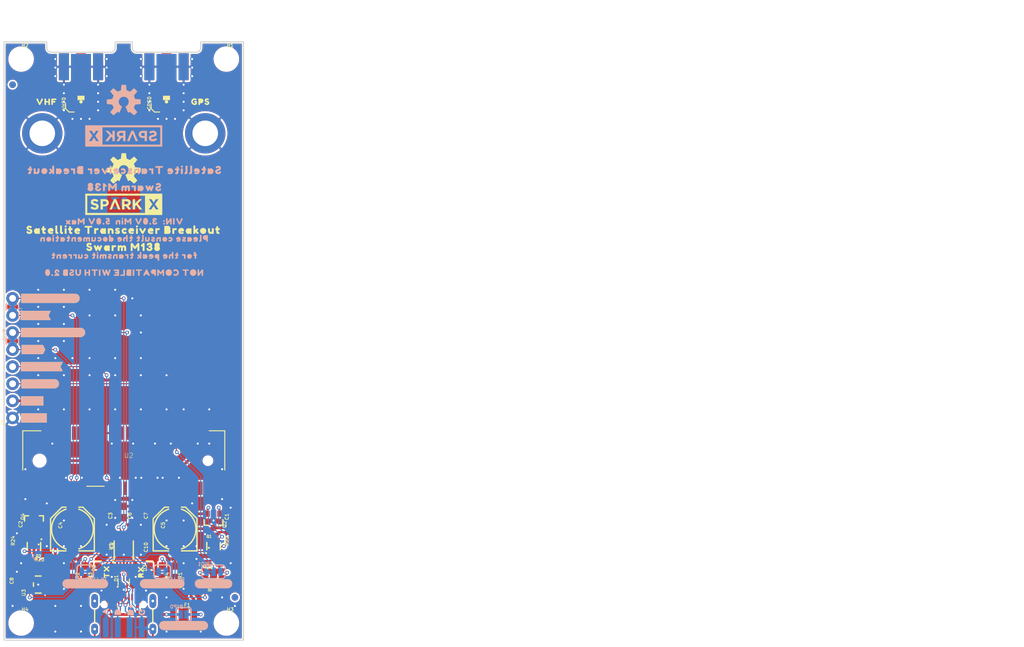
<source format=kicad_pcb>
(kicad_pcb (version 20211014) (generator pcbnew)
  (layers (0 "F.Cu" signal) (31 "B.Cu" signal) (34 "B.Paste" user) (35 "F.Paste" user) (36 "B.SilkS" user "B.Silkscreen") (37 "F.SilkS" user "F.Silkscreen") (38 "B.Mask" user) (39 "F.Mask" user) (44 "Edge.Cuts" user))
  (net 0 "")
  (net 1 "GND")
  (net 2 "N$2")
  (net 3 "N$3")
  (net 4 "D-_IN")
  (net 5 "D+_IN")
  (net 6 "V_USB")
  (net 7 "D+")
  (net 8 "D-")
  (net 9 "VCC")
  (net 10 "N$5")
  (net 11 "N$13")
  (net 12 "N$15")
  (net 13 "N$28")
  (net 14 "N$6")
  (net 15 "N$9")
  (net 16 "N$10")
  (net 17 "RXI")
  (net 18 "TXO")
  (net 19 "TX/~{RX}")
  (net 20 "GPIO1")
  (net 21 "CH340_TXO")
  (net 22 "CH340_RXI")
  (net 23 "GPS")
  (net 24 "VHF")
  (net 25 "VIN")
  (net 26 "N$7")
  (net 27 "N$12")
  (net 28 "3.3V")
  (net 29 "N$14")
  (net 30 "N$16")
  (net 31 "V_USB_2")
  (footprint "eagleBoard:0603" (layer "F.Cu") (at 148.5011 130.4036 -90)
    (fp_text reference "C6")
    (fp_text value "10uF")
  )
  (footprint "eagleBoard:SOT886" (layer "F.Cu") (at 148.5011 140.8176 90)
    (fp_text reference "D1")
    (fp_text value "PRTR5V0U2F" hide)
  )
  (footprint "eagleBoard:OSHW-LOGO-M" (layer "F.Cu") (at 148.5011 79.6036)
    (fp_text reference "LOGO2" hide)
    (fp_text value "OSHW-LOGOM" hide)
  )
  (footprint "eagleBoard:#GND#0" (layer "F.Cu") (at 135.1661 116.4336)
    (fp_text reference "U$23" hide)
    (fp_text value "" hide)
  )
  (footprint "eagleBoard:0603" (layer "F.Cu") (at 132.6261 141.1986 90)
    (fp_text reference "C8")
    (fp_text value "1.0uF")
  )
  (footprint "eagleBoard:0603" (layer "F.Cu") (at 164.3761 135.4836 90)
    (fp_text reference "R22")
    (fp_text value "1M")
  )
  (footprint "eagleBoard:SMA-EDGE" (layer "F.Cu") (at 154.8511 64.2366)
    (fp_text reference "E2" hide)
    (fp_text value "GPS" hide)
  )
  (footprint "eagleBoard:STAND-OFF" (layer "F.Cu") (at 133.2611 63.0936)
    (fp_text reference "H2")
    (fp_text value "STAND-OFF")
  )
  (footprint "eagleBoard:0603" (layer "F.Cu") (at 132.6261 131.6736 -90)
    (fp_text reference "C2")
    (fp_text value "0.1uF")
  )
  (footprint "eagleBoard:0603" (layer "F.Cu") (at 135.1661 138.0236)
    (fp_text reference "R23")
    (fp_text value "100k")
  )
  (footprint "eagleBoard:U.FL" (layer "F.Cu") (at 154.8511 69.4436 90)
    (fp_text reference "GPS0")
    (fp_text value "U.FL")
  )
  (footprint "eagleBoard:LED-0603" (layer "F.Cu") (at 144.6911 139.2936 90)
    (fp_text reference "D2")
    (fp_text value "GREEN")
  )
  (footprint "eagleBoard:SATELLITE_TRANSCEIVER_BREAKOUT0" (layer "F.Cu") (at 148.5011 88.4936)
    (fp_text reference "U$34" hide)
    (fp_text value "" hide)
  )
  (footprint "eagleBoard:SOT23-5" (layer "F.Cu") (at 135.8011 141.1986 90)
    (fp_text reference "U3")
    (fp_text value "3.3V")
  )
  (footprint "eagleBoard:TX0" (layer "F.Cu") (at 145.9611 139.2936 90)
    (fp_text reference "U$25" hide)
    (fp_text value "" hide)
  )
  (footprint "eagleBoard:GPS0" (layer "F.Cu") (at 159.9311 69.4436)
    (fp_text reference "U$4" hide)
    (fp_text value "" hide)
  )
  (footprint "eagleBoard:SWARM_M1381" (layer "F.Cu") (at 148.5011 91.0336)
    (fp_text reference "U$40" hide)
    (fp_text value "" hide)
  )
  (footprint "eagleBoard:STAND-OFF-REFLOW-M2.5" (layer "F.Cu") (at 136.40054 74.134419)
    (fp_text reference "H5" hide)
    (fp_text value "STAND-OFF-REFLOW-M2.5_1.5MM_TALL" hide)
  )
  (footprint "eagleBoard:STAND-OFF" (layer "F.Cu") (at 133.2611 146.9136)
    (fp_text reference "H4")
    (fp_text value "STAND-OFF")
  )
  (footprint "eagleBoard:#VIN#0" (layer "F.Cu") (at 134.9121 113.8936)
    (fp_text reference "U$21" hide)
    (fp_text value "" hide)
  )
  (footprint "eagleBoard:SOT363_PHILIPS" (layer "F.Cu") (at 161.8361 135.4836)
    (fp_text reference "Q1")
    (fp_text value "")
  )
  (footprint "eagleBoard:LED-0603" (layer "F.Cu") (at 152.3111 139.2936 90)
    (fp_text reference "D3")
    (fp_text value "Yellow")
  )
  (footprint "eagleBoard:SOT23-3" (layer "F.Cu") (at 135.1661 131.6736)
    (fp_text reference "Q4")
    (fp_text value "20V/4.2A/52mΩ/1.4W" hide)
  )
  (footprint "eagleBoard:0603" (layer "F.Cu") (at 163.1061 141.1986 90)
    (fp_text reference "R6")
    (fp_text value "100k")
  )
  (footprint "eagleBoard:0603" (layer "F.Cu") (at 154.2161 139.2936 -90)
    (fp_text reference "R4")
    (fp_text value "100")
  )
  (footprint "eagleBoard:1X04_NO_SILK" (layer "F.Cu") (at 131.9911 116.4336 90)
    (fp_text reference "J2")
    (fp_text value "")
  )
  (footprint "eagleBoard:VHF0" (layer "F.Cu") (at 137.0711 69.4436)
    (fp_text reference "U$3" hide)
    (fp_text value "" hide)
  )
  (footprint "eagleBoard:1210" (layer "F.Cu") (at 157.3911 145.6436)
    (fp_text reference "F1")
    (fp_text value "6V/2A")
  )
  (footprint "eagleBoard:ORDERING_INSTRUCTIONS" (layer "F.Cu") (at 171.3611 89.7636)
    (fp_text reference "LOGO1" hide)
    (fp_text value "SPECIAL_INSTRUCTIONS-ORDERING" hide)
  )
  (footprint "eagleBoard:0603" (layer "F.Cu") (at 151.0411 134.8486 -90)
    (fp_text reference "C10")
    (fp_text value "10nF")
  )
  (footprint "eagleBoard:0603" (layer "F.Cu") (at 160.5661 141.1986 -90)
    (fp_text reference "R5")
    (fp_text value "100k")
  )
  (footprint "eagleBoard:SMA-EDGE" (layer "F.Cu") (at 142.1511 64.2366)
    (fp_text reference "E1" hide)
    (fp_text value "VHF" hide)
  )
  (footprint "eagleBoard:0603" (layer "F.Cu") (at 156.1211 139.2936 -90)
    (fp_text reference "R1")
    (fp_text value "5.1k" hide)
  )
  (footprint "eagleBoard:#_GPIO1#2" (layer "F.Cu") (at 135.9281 111.3536)
    (fp_text reference "U$20" hide)
    (fp_text value "" hide)
  )
  (footprint "eagleBoard:PANASONIC_D" (layer "F.Cu") (at 140.8811 132.9436 90)
    (fp_text reference "C4")
    (fp_text value "100uF")
  )
  (footprint "eagleBoard:0603" (layer "F.Cu") (at 161.8361 138.0236 180)
    (fp_text reference "R21")
    (fp_text value "100k")
  )
  (footprint "eagleBoard:SPARKX-LARGE" (layer "F.Cu") (at 148.5011 84.6836)
    (fp_text reference "U$2" hide)
    (fp_text value "SPARKX-LOGO5" hide)
  )
  (footprint "eagleBoard:STAND-OFF-REFLOW-M2.5" (layer "F.Cu") (at 160.601659 74.134419)
    (fp_text reference "H6" hide)
    (fp_text value "STAND-OFF-REFLOW-M2.5_1.5MM_TALL" hide)
  )
  (footprint "eagleBoard:0603" (layer "F.Cu") (at 140.8811 139.2936 -90)
    (fp_text reference "R2")
    (fp_text value "5.1k" hide)
  )
  (footprint "eagleBoard:#CH340_TXO#0" (layer "F.Cu") (at 137.8331 103.7336)
    (fp_text reference "U$11" hide)
    (fp_text value "" hide)
  )
  (footprint "eagleBoard:CREATIVE_COMMONS" (layer "F.Cu") (at 199.3011 149.4536)
    (fp_text reference "FRAME1" hide)
    (fp_text value "FRAME-LEDGER" hide)
  )
  (footprint "eagleBoard:RX0" (layer "F.Cu") (at 151.0411 139.2936 90)
    (fp_text reference "U$26" hide)
    (fp_text value "" hide)
  )
  (footprint "eagleBoard:0603" (layer "F.Cu") (at 151.0411 130.4036 -90)
    (fp_text reference "C7")
    (fp_text value "0.1uF")
  )
  (footprint "eagleBoard:#TX##RX##0" (layer "F.Cu") (at 136.1821 108.8136)
    (fp_text reference "U$16" hide)
    (fp_text value "" hide)
  )
  (footprint "eagleBoard:STAND-OFF" (layer "F.Cu") (at 163.7411 63.0936)
    (fp_text reference "H1")
    (fp_text value "STAND-OFF")
  )
  (footprint "eagleBoard:0603" (layer "F.Cu") (at 142.7861 139.2936 -90)
    (fp_text reference "R3")
    (fp_text value "100")
  )
  (footprint "eagleBoard:USB-C-16P-2LAYER-PADS" (layer "F.Cu") (at 148.5011 142.7226)
    (fp_text reference "J1")
    (fp_text value "")
  )
  (footprint "eagleBoard:M.2-SWARM-M138-A" (layer "F.Cu") (at 148.5011 122.7836)
    (fp_text reference "U2")
    (fp_text value "SWARM_M138_TRANSCEIVER_MAIN")
  )
  (footprint "eagleBoard:#CH340_RXI#0" (layer "F.Cu") (at 137.4521 98.6536)
    (fp_text reference "U$7" hide)
    (fp_text value "" hide)
  )
  (footprint "eagleBoard:#TXO#341" (layer "F.Cu") (at 135.2931 101.1936)
    (fp_text reference "U$9" hide)
    (fp_text value "" hide)
  )
  (footprint "eagleBoard:0603" (layer "F.Cu") (at 164.3761 131.6736 90)
    (fp_text reference "C1")
    (fp_text value "0.1uF")
  )
  (footprint "eagleBoard:0603" (layer "F.Cu") (at 132.6261 135.4836 90)
    (fp_text reference "R24")
    (fp_text value "1M")
  )
  (footprint "eagleBoard:0603" (layer "F.Cu") (at 145.9611 130.4036 -90)
    (fp_text reference "C3")
    (fp_text value "0.1uF")
  )
  (footprint "eagleBoard:PANASONIC_D" (layer "F.Cu") (at 156.1211 132.9436 90)
    (fp_text reference "C5")
    (fp_text value "100uF")
  )
  (footprint "eagleBoard:FIDUCIAL-1X2" (layer "F.Cu") (at 131.9911 66.9036)
    (fp_text reference "FD3" hide)
    (fp_text value "FIDUCIAL1X2" hide)
  )
  (footprint "eagleBoard:MSOP10" (layer "F.Cu") (at 148.5011 136.1186 90)
    (fp_text reference "U1")
    (fp_text value "CH340E_MSOP10" hide)
  )
  (footprint "eagleBoard:U.FL" (layer "F.Cu") (at 142.1511 69.4436 90)
    (fp_text reference "VHF0")
    (fp_text value "U.FL")
  )
  (footprint "eagleBoard:0603" (layer "F.Cu") (at 145.9611 134.8486 -90)
    (fp_text reference "C9")
    (fp_text value "0.1uF")
  )
  (footprint "eagleBoard:SOT23-3" (layer "F.Cu") (at 161.8361 131.6736 180)
    (fp_text reference "Q2")
    (fp_text value "20V/4.2A/52mΩ/1.4W" hide)
  )
  (footprint "eagleBoard:SOT363_PHILIPS" (layer "F.Cu") (at 135.1661 135.4836 180)
    (fp_text reference "Q3")
    (fp_text value "")
  )
  (footprint "eagleBoard:FIDUCIAL-1X2" (layer "F.Cu") (at 165.0111 143.1036)
    (fp_text reference "FD1" hide)
    (fp_text value "FIDUCIAL1X2" hide)
  )
  (footprint "eagleBoard:#RXI#1" (layer "F.Cu") (at 134.9121 106.2736)
    (fp_text reference "U$14" hide)
    (fp_text value "" hide)
  )
  (footprint "eagleBoard:STAND-OFF" (layer "F.Cu") (at 163.7411 146.9136)
    (fp_text reference "H3")
    (fp_text value "STAND-OFF")
  )
  (footprint "eagleBoard:COMBO-JUMPER_2_NC_TRACE" (layer "B.Cu") (at 131.9911 105.0036 -90)
    (fp_text reference "RXI0")
    (fp_text value "JUMPER-COMBO_2_NC_TRACE" hide)
  )
  (footprint "eagleBoard:#GPIO1_#2" (layer "B.Cu") (at 135.9281 111.3536 180)
    (fp_text reference "U$17" hide)
    (fp_text value "" hide)
  )
  (footprint "eagleBoard:#GPIO1#0" (layer "B.Cu") (at 161.8361 141.0716 180)
    (fp_text reference "U$19" hide)
    (fp_text value "" hide)
  )
  (footprint "eagleBoard:NOT_COMPATIBLE_WITH_USB_2#02" (layer "B.Cu") (at 148.5011 94.8436 180)
    (fp_text reference "U$32" hide)
    (fp_text value "" hide)
  )
  (footprint "eagleBoard:#CH340_TXO#341" (layer "B.Cu") (at 137.8331 103.7336 180)
    (fp_text reference "U$12" hide)
    (fp_text value "" hide)
  )
  (footprint "eagleBoard:#TXO#342" (layer "B.Cu") (at 135.2931 101.1936 180)
    (fp_text reference "U$10" hide)
    (fp_text value "" hide)
  )
  (footprint "eagleBoard:OSHW-LOGO-M" (layer "B.Cu") (at 148.5011 69.4436 180)
    (fp_text reference "LOGO3" hide)
    (fp_text value "OSHW-LOGOM" hide)
  )
  (footprint "eagleBoard:G3" (layer "B.Cu") (at 151.1681 145.2626 90)
    (fp_text reference "U$30" hide)
    (fp_text value "" hide)
  )
  (footprint "eagleBoard:#RX_LED#0" (layer "B.Cu") (at 154.2161 141.0716 180)
    (fp_text reference "U$28" hide)
    (fp_text value "" hide)
  )
  (footprint "eagleBoard:SMT-JUMPER_2_NO_SILK" (layer "B.Cu") (at 157.3911 145.6436 180)
    (fp_text reference "BYP0")
    (fp_text value "JUMPER-SMT_2_NO_SILK" hide)
  )
  (footprint "eagleBoard:VIN#__3#0V_MIN__5#0V_MAX0" (layer "B.Cu") (at 148.5011 87.2236 180)
    (fp_text reference "U$5" hide)
    (fp_text value "" hide)
  )
  (footprint "eagleBoard:PAD.03X.05" (layer "B.Cu") (at 135.8011 136.7536 180)
    (fp_text reference "VCC0" hide)
    (fp_text value "TEST-POINT3X5" hide)
  )
  (footprint "eagleBoard:FIDUCIAL-1X2" (layer "B.Cu") (at 165.0111 143.1036 180)
    (fp_text reference "FD2" hide)
    (fp_text value "FIDUCIAL1X2" hide)
  )
  (footprint "eagleBoard:FIDUCIAL-1X2" (layer "B.Cu") (at 131.9911 66.9036 180)
    (fp_text reference "FD4" hide)
    (fp_text value "FIDUCIAL1X2" hide)
  )
  (footprint "eagleBoard:SMT-JUMPER_2_NC_TRACE_SILK" (layer "B.Cu") (at 142.7861 139.2936)
    (fp_text reference "TX_LED0")
    (fp_text value "JUMPER-SMT_2_NC_TRACE_SILK" hide)
  )
  (footprint "eagleBoard:SWARM_M1381" (layer "B.Cu") (at 148.5011 82.1436 180)
    (fp_text reference "U$41" hide)
    (fp_text value "" hide)
  )
  (footprint "eagleBoard:SATELLITE_TRANSCEIVER_BREAKOUT0" (layer "B.Cu") (at 148.5011 79.6036 180)
    (fp_text reference "U$39" hide)
    (fp_text value "" hide)
  )
  (footprint "eagleBoard:#TX_LED#0" (layer "B.Cu") (at 142.7861 141.0716 180)
    (fp_text reference "U$27" hide)
    (fp_text value "" hide)
  )
  (footprint "eagleBoard:D#1" (layer "B.Cu") (at 147.6121 144.8816 90)
    (fp_text reference "U$37" hide)
    (fp_text value "" hide)
  )
  (footprint "eagleBoard:D#2" (layer "B.Cu") (at 149.5171 144.8816 90)
    (fp_text reference "U$36" hide)
    (fp_text value "" hide)
  )
  (footprint "eagleBoard:SMT-JUMPER_2_NC_TRACE_SILK" (layer "B.Cu") (at 154.2161 139.2936)
    (fp_text reference "RX_LED0")
    (fp_text value "JUMPER-SMT_2_NC_TRACE_SILK" hide)
  )
  (footprint "eagleBoard:SMT-JUMPER_3_1-NC_TRACE_SILK" (layer "B.Cu") (at 161.8361 139.2936 180)
    (fp_text reference "GPIO1")
    (fp_text value "JUMPER-SMT_3_1-NC_TRACE_SILK" hide)
  )
  (footprint "eagleBoard:#RXI#0" (layer "B.Cu") (at 134.9121 106.2736 180)
    (fp_text reference "U$13" hide)
    (fp_text value "" hide)
  )
  (footprint "eagleBoard:#VIN#0" (layer "B.Cu") (at 134.9121 113.8936 180)
    (fp_text reference "U$22" hide)
    (fp_text value "" hide)
  )
  (footprint "eagleBoard:COMBO-JUMPER_2_NC_TRACE" (layer "B.Cu") (at 131.9911 99.9236 90)
    (fp_text reference "TXO0")
    (fp_text value "JUMPER-COMBO_2_NC_TRACE" hide)
  )
  (footprint "eagleBoard:#CH340_RXI#341" (layer "B.Cu") (at 137.4521 98.6536 180)
    (fp_text reference "U$8" hide)
    (fp_text value "" hide)
  )
  (footprint "eagleBoard:USB-SOLDER-PADS" (layer "B.Cu") (at 148.5011 147.5486 -90)
    (fp_text reference "JP1" hide)
    (fp_text value "USB_SOLDER_PADS" hide)
  )
  (footprint "eagleBoard:#BYPASS#0" (layer "B.Cu") (at 157.3911 147.2946 180)
    (fp_text reference "U$29" hide)
    (fp_text value "" hide)
  )
  (footprint "eagleBoard:FOR_THE_PEAK_TRANSMIT_CURRENT1" (layer "B.Cu") (at 148.5011 92.3036 180)
    (fp_text reference "U$31" hide)
    (fp_text value "" hide)
  )
  (footprint "eagleBoard:#TX##RX##1" (layer "B.Cu") (at 136.1821 108.8136 180)
    (fp_text reference "U$15" hide)
    (fp_text value "" hide)
  )
  (footprint "eagleBoard:PLEASE_CONSULT_THE_DOCUMENTATION0" (layer "B.Cu") (at 148.5011 89.7636 180)
    (fp_text reference "U$6" hide)
    (fp_text value "" hide)
  )
  (footprint "eagleBoard:SPARKX-LARGE" (layer "B.Cu") (at 148.5011 74.5236 180)
    (fp_text reference "U$1" hide)
    (fp_text value "SPARKX-LOGO5" hide)
  )
  (footprint "eagleBoard:V0" (layer "B.Cu") (at 145.8341 145.1356 90)
    (fp_text reference "U$18" hide)
    (fp_text value "" hide)
  )
  (footprint "eagleBoard:#GND#0" (layer "B.Cu") (at 135.1661 116.4336 180)
    (fp_text reference "U$24" hide)
    (fp_text value "" hide)
  )
  (gr_line (start 130.7211 149.4536) (end 166.2811 149.4536) (layer "Edge.Cuts") (width 0.1524))
  (gr_line (start 159.9311 60.5536) (end 159.9311 61.4426) (layer "Edge.Cuts") (width 0.1524))
  (gr_arc (start 159.9311 61.4426) (mid 159.745113 61.891613) (end 159.2961 62.0776) (layer "Edge.Cuts") (width 0.1524))
  (gr_line (start 137.0711 60.5536) (end 130.7211 60.5536) (layer "Edge.Cuts") (width 0.1524))
  (gr_line (start 166.2811 60.5536) (end 159.9311 60.5536) (layer "Edge.Cuts") (width 0.1524))
  (gr_line (start 159.2961 62.0776) (end 150.4061 62.0776) (layer "Edge.Cuts") (width 0.1524))
  (gr_line (start 137.0711 61.4426) (end 137.0711 60.5536) (layer "Edge.Cuts") (width 0.1524))
  (gr_line (start 146.5961 62.0776) (end 137.7061 62.0776) (layer "Edge.Cuts") (width 0.1524))
  (gr_arc (start 150.4061 62.0776) (mid 149.957087 61.891613) (end 149.7711 61.4426) (layer "Edge.Cuts") (width 0.1524))
  (gr_line (start 149.7711 60.5536) (end 147.2311 60.5536) (layer "Edge.Cuts") (width 0.1524))
  (gr_line (start 130.7211 60.5536) (end 130.7211 149.4536) (layer "Edge.Cuts") (width 0.1524))
  (gr_arc (start 137.7061 62.0776) (mid 137.257087 61.891613) (end 137.0711 61.4426) (layer "Edge.Cuts") (width 0.1524))
  (gr_arc (start 147.2311 61.4426) (mid 147.045113 61.891613) (end 146.5961 62.0776) (layer "Edge.Cuts") (width 0.1524))
  (gr_line (start 147.2311 60.5536) (end 147.2311 61.4426) (layer "Edge.Cuts") (width 0.1524))
  (gr_line (start 166.2811 149.4536) (end 166.2811 60.5536) (layer "Edge.Cuts") (width 0.1524))
  (gr_line (start 149.7711 61.4426) (end 149.7711 60.5536) (layer "Edge.Cuts") (width 0.1524))
  (gr_text "x03" (at 148.5011 85.4456) (layer "B.Cu") (effects (font (size 1.5113 1.5113) (thickness 0.2667)) (justify bottom mirror)))
  (segment (start 154.3011 128.3716) (end 154.3011 126.8836) (width 0.254) (layer "F.Cu") (net 1))
  (segment (start 151.1046 125.3236) (end 150.2791 125.3236) (width 0.254) (layer "F.Cu") (net 1))
  (segment (start 153.5011 126.8836) (end 153.5011 128.3716) (width 0.254) (layer "F.Cu") (net 1))
  (segment (start 153.5011 126.8836) (end 153.5011 125.3236) (width 0.254) (layer "F.Cu") (net 1))
  (segment (start 155.1051 132.4434) (end 157.1371 132.4434) (width 0.254) (layer "F.Cu") (net 1))
  (segment (start 157.3911 131.6736) (end 163.5261 131.6736) (width 0.4064) (layer "F.Cu") (net 1))
  (segment (start 150.3011 126.8836) (end 150.2791 126.8836) (width 0.254) (layer "F.Cu") (net 1))
  (segment (start 163.5261 131.6736) (end 164.3761 130.8236) (width 0.4064) (layer "F.Cu") (net 1))
  (segment (start 154.8511 149.0218) (end 154.8511 148.1836) (width 0.254) (layer "F.Cu") (net 1))
  (segment (start 154.8511 132.1894) (end 155.1051 132.4434) (width 0.254) (layer "F.Cu") (net 1))
  (segment (start 154.2796 125.3236) (end 153.5176 125.3236) (width 0.254) (layer "F.Cu") (net 1))
  (segment (start 151.1011 126.8836) (end 151.1011 125.3236) (width 0.254) (layer "F.Cu") (net 1))
  (segment (start 157.3911 133.7056) (end 157.3911 135.4836) (width 0.254) (layer "F.Cu") (net 1))
  (segment (start 155.1051 133.4516) (end 157.1371 133.4516) (width 0.254) (layer "F.Cu") (net 1))
  (segment (start 152.8191 149.0218) (end 154.8511 149.0218) (width 0.254) (layer "F.Cu") (net 1))
  (segment (start 150.3011 128.3716) (end 151.1011 128.3716) (width 0.254) (layer "F.Cu") (net 1))
  (segment (start 148.5011 138.3686) (end 148.5011 136.7536) (width 0.1524) (layer "F.Cu") (net 1))
  (segment (start 144.1831 147.8176) (end 144.1831 149.0218) (width 0.254) (layer "F.Cu") (net 1))
  (segment (start 148.5011 141.9606) (end 148.5011 141.2476) (width 0.1524) (layer "F.Cu") (net 1))
  (segment (start 154.8511 131.6736) (end 154.8511 132.1894) (width 0.254) (layer "F.Cu") (net 1))
  (segment (start 151.1011 128.3716) (end 151.1011 126.8836) (width 0.254) (layer "F.Cu") (net 1))
  (segment (start 154.8511 133.7056) (end 155.1051 133.4516) (width 0.254) (layer "F.Cu") (net 1))
  (segment (start 157.1371 133.4516) (end 157.3911 133.7056) (width 0.254) (layer "F.Cu") (net 1))
  (segment (start 157.1371 132.4434) (end 157.3911 132.1894) (width 0.254) (layer "F.Cu") (net 1))
  (segment (start 150.3011 126.8836) (end 150.3011 128.3716) (width 0.254) (layer "F.Cu") (net 1))
  (segment (start 151.1011 125.3236) (end 151.1046 125.3236) (width 0.254) (layer "F.Cu") (net 1))
  (segment (start 153.5011 128.3716) (end 154.3011 128.3716) (width 0.254) (layer "F.Cu") (net 1))
  (segment (start 142.1511 149.0218) (end 142.1511 148.1836) (width 0.254) (layer "F.Cu") (net 1))
  (segment (start 154.3011 126.8836) (end 154.3011 125.3236) (width 0.254) (layer "F.Cu") (net 1))
  (segment (start 157.3911 132.1894) (end 157.3911 131.6736) (width 0.254) (layer "F.Cu") (net 1))
  (segment (start 144.1831 149.0218) (end 152.8191 149.0218) (width 0.254) (layer "F.Cu") (net 1))
  (segment (start 150.2791 126.8836) (end 150.2791 125.3236) (width 0.254) (layer "F.Cu") (net 1))
  (segment (start 154.8511 135.4836) (end 154.8511 133.7056) (width 0.254) (layer "F.Cu") (net 1))
  (segment (start 144.1831 149.0218) (end 142.1511 149.0218) (width 0.254) (layer "F.Cu") (net 1))
  (segment (start 154.3011 125.3236) (end 154.2796 125.3236) (width 0.254) (layer "F.Cu") (net 1))
  (segment (start 152.8191 147.8176) (end 152.8191 149.0218) (width 0.254) (layer "F.Cu") (net 1))
  (segment (start 153.5011 125.3236) (end 153.5176 125.3236) (width 0.254) (layer "F.Cu") (net 1))
  (via (at 152.3111 68.1736) (size 0.554) (drill 0.3) (layers "F.Cu" "B.Cu") (net 1))
  (via (at 143.4211 110.0836) (size 0.554) (drill 0.3) (layers "F.Cu" "B.Cu") (net 1))
  (via (at 147.2311 128.6256) (size 0.554) (drill 0.3) (layers "F.Cu" "B.Cu") (net 1))
  (via (at 151.0411 63.0936) (size 0.554) (drill 0.3) (layers "F.Cu" "B.Cu") (net 1))
  (via (at 142.1511 144.3736) (size 0.554) (drill 0.3) (layers "F.Cu" "B.Cu") (net 1))
  (via (at 150.2791 140.0556) (size 0.554) (drill 0.3) (layers "F.Cu" "B.Cu") (net 1))
  (via (at 152.3111 66.9036) (size 0.554) (drill 0.3) (layers "F.Cu" "B.Cu") (net 1))
  (via (at 145.9611 136.7536) (size 0.554) (drill 0.3) (layers "F.Cu" "B.Cu") (net 1))
  (via (at 151.0411 65.6336) (size 0.554) (drill 0.3) (layers "F.Cu" "B.Cu") (net 1))
  (via (at 139.6111 115.1636) (size 0.554) (drill 0.3) (layers "F.Cu" "B.Cu") (net 1))
  (via (at 151.0411 136.7536) (size 0.554) (drill 0.3) (layers "F.Cu" "B.Cu") (net 1))
  (via (at 145.1991 142.0876) (size 0.554) (drill 0.3) (layers "F.Cu" "B.Cu") (net 1))
  (via (at 159.4866 120.2436) (size 0.554) (drill 0.3) (layers "F.Cu" "B.Cu") (net 1))
  (via (at 147.2311 107.5436) (size 0.554) (drill 0.3) (layers "F.Cu" "B.Cu") (net 1))
  (via (at 159.9311 148.1836) (size 0.554) (drill 0.3) (layers "F.Cu" "B.Cu") (net 1))
  (via (at 145.9611 64.3636) (size 0.554) (drill 0.3) (layers "F.Cu" "B.Cu") (net 1))
  (via (at 165.0111 144.3736) (size 0.554) (drill 0.3) (layers "F.Cu" "B.Cu") (net 1))
  (via (at 133.2611 138.0236) (size 0.554) (drill 0.3) (layers "F.Cu" "B.Cu") (net 1))
  (via (at 151.0411 64.3636) (size 0.554) (drill 0.3) (layers "F.Cu" "B.Cu") (net 1))
  (via (at 149.8981 120.2436) (size 0.554) (drill 0.3) (layers "F.Cu" "B.Cu") (net 1))
  (via (at 139.6111 135.4836) (size 0.554) (drill 0.3) (layers "F.Cu" "B.Cu") (net 1))
  (via (at 135.8011 107.5436) (size 0.554) (drill 0.3) (layers "F.Cu" "B.Cu") (net 1))
  (via (at 144.6911 70.7136) (size 0.554) (drill 0.3) (layers "F.Cu" "B.Cu") (net 1))
  (via (at 139.6111 68.1736) (size 0.554) (drill 0.3) (layers "F.Cu" "B.Cu") (net 1))
  (via (at 158.6611 129.1336) (size 0.554) (drill 0.3) (layers "F.Cu" "B.Cu") (net 1))
  (via (at 153.5811 71.9836) (size 0.554) (drill 0.3) (layers "F.Cu" "B.Cu") (net 1))
  (via (at 138.3411 64.3636) (size 0.554) (drill 0.3) (layers "F.Cu" "B.Cu") (net 1))
  (via (at 145.9611 63.0936) (size 0.554) (drill 0.3) (layers "F.Cu" "B.Cu") (net 1))
  (via (at 156.1211 71.9836) (size 0.554) (drill 0.3) (layers "F.Cu" "B.Cu") (net 1))
  (via (at 164.3761 138.0236) (size 0.554) (drill 0.3) (layers "F.Cu" "B.Cu") (net 1))
  (via (at 135.8011 141.1986) (size 0.554) (drill 0.3) (layers "F.Cu" "B.Cu") (net 1))
  (via (at 143.4211 101.1936) (size 0.554) (drill 0.3) (layers "F.Cu" "B.Cu") (net 1))
  (via (at 139.6111 105.0036) (size 0.554) (drill 0.3) (layers "F.Cu" "B.Cu") (net 1))
  (via (at 158.6611 64.3636) (size 0.554) (drill 0.3) (layers "F.Cu" "B.Cu") (net 1))
  (via (at 139.6111 97.3836) (size 0.554) (drill 0.3) (layers "F.Cu" "B.Cu") (net 1))
  (via (at 139.6111 138.0236) (size 0.554) (drill 0.3) (layers "F.Cu" "B.Cu") (net 1))
  (via (at 151.0411 103.7336) (size 0.554) (drill 0.3) (layers "F.Cu" "B.Cu") (net 1))
  (via (at 139.6111 99.9236) (size 0.554) (drill 0.3) (layers "F.Cu" "B.Cu") (net 1))
  (via (at 135.8011 97.3836) (size 0.554) (drill 0.3) (layers "F.Cu" "B.Cu") (net 1))
  (via (at 163.1061 128.4986) (size 0.554) (drill 0.3) (layers "F.Cu" "B.Cu") (net 1))
  (via (at 139.6111 69.4436) (size 0.554) (drill 0.3) (layers "F.Cu" "B.Cu") (net 1))
  (via (at 159.2961 137.3886) (size 0.554) (drill 0.3) (layers "F.Cu" "B.Cu") (net 1))
  (via (at 147.2311 110.0836) (size 0.554) (drill 0.3) (layers "F.Cu" "B.Cu") (net 1))
  (via (at 133.8961 124.0536) (size 0.554) (drill 0.3) (layers "F.Cu" "B.Cu") (net 1))
  (via (at 157.3911 70.7136) (size 0.554) (drill 0.3) (layers "F.Cu" "B.Cu") (net 1))
  (via (at 138.3411 63.0936) (size 0.554) (drill 0.3) (layers "F.Cu" "B.Cu") (net 1))
  (via (at 156.6926 125.3236) (size 0.554) (drill 0.3) (layers "F.Cu" "B.Cu") (net 1))
  (via (at 151.1046 125.3236) (size 0.554) (drill 0.3) (layers "F.Cu" "B.Cu") (net 1))
  (via (at 137.8966 120.2436) (size 0.554) (drill 0.3) (layers "F.Cu" "B.Cu") (net 1))
  (via (at 132.6261 133.5786) (size 0.554) (drill 0.3) (layers "F.Cu" "B.Cu") (net 1))
  (via (at 139.9286 125.3236) (size 0.554) (drill 0.3) (layers "F.Cu" "B.Cu") (net 1))
  (via (at 145.9611 65.6336) (size 0.554) (drill 0.3) (layers "F.Cu" "B.Cu") (net 1))
  (via (at 139.6111 70.7136) (size 0.554) (drill 0.3) (layers "F.Cu" "B.Cu") (net 1))
  (via (at 147.2311 115.1636) (size 0.554) (drill 0.3) (layers "F.Cu" "B.Cu") (net 1))
  (via (at 157.3911 115.1636) (size 0.554) (drill 0.3) (layers "F.Cu" "B.Cu") (net 1))
  (via (at 143.4211 97.3836) (size 0.554) (drill 0.3) (layers "F.Cu" "B.Cu") (net 1))
  (via (at 137.0711 135.4836) (size 0.554) (drill 0.3) (layers "F.Cu" "B.Cu") (net 1))
  (via (at 152.3111 69.4436) (size 0.554) (drill 0.3) (layers "F.Cu" "B.Cu") (net 1))
  (via (at 138.3411 144.3736) (size 0.554) (drill 0.3) (layers "F.Cu" "B.Cu") (net 1))
  (via (at 143.4211 107.5436) (size 0.554) (drill 0.3) (layers "F.Cu" "B.Cu") (net 1))
  (via (at 139.6111 102.4636) (size 0.554) (drill 0.3) (layers "F.Cu" "B.Cu") (net 1))
  (via (at 153.5176 125.3236) (size 0.554) (drill 0.3) (layers "F.Cu" "B.Cu") (net 1))
  (via (at 158.6611 63.0936) (size 0.554) (drill 0.3) (layers "F.Cu" "B.Cu") (net 1))
  (via (at 159.2961 135.4836) (size 0.554) (drill 0.3) (layers "F.Cu" "B.Cu") (net 1))
  (via (at 139.6111 110.0836) (size 0.554) (drill 0.3) (layers "F.Cu" "B.Cu") (net 1))
  (via (at 151.0411 101.1936) (size 0.554) (drill 0.3) (layers "F.Cu" "B.Cu") (net 1))
  (via (at 149.7711 128.6256) (size 0.554) (drill 0.3) (layers "F.Cu" "B.Cu") (net 1))
  (via (at 161.2011 120.2436) (size 0.554) (drill 0.3) (layers "F.Cu" "B.Cu") (net 1))
  (via (at 157.3911 135.4836) (size 0.554) (drill 0.3) (layers "F.Cu" "B.Cu") (net 1))
  (via (at 155.4861 120.2436) (size 0.554) (drill 0.3) (layers "F.Cu" "B.Cu") (net 1))
  (via (at 152.3111 70.7136) (size 0.554) (drill 0.3) (layers "F.Cu" "B.Cu") (net 1))
  (via (at 142.1511 135.4836) (size 0.554) (drill 0.3) (layers "F.Cu" "B.Cu") (net 1))
  (via (at 131.9911 144.3736) (size 0.554) (drill 0.3) (layers "F.Cu" "B.Cu") (net 1))
  (via (at 144.6911 66.9036) (size 0.554) (drill 0.3) (layers "F.Cu" "B.Cu") (net 1))
  (via (at 154.8511 71.9836) (size 0.554) (drill 0.3) (layers "F.Cu" "B.Cu") (net 1))
  (via (at 157.3911 69.4436) (size 0.554) (drill 0.3) (layers "F.Cu" "B.Cu") (net 1))
  (via (at 151.8031 142.0876) (size 0.554) (drill 0.3) (layers "F.Cu" "B.Cu") (net 1))
  (via (at 158.6611 65.6336) (size 0.554) (drill 0.3) (layers "F.Cu" "B.Cu") (net 1))
  (via (at 147.2311 97.3836) (size 0.554) (drill 0.3) (layers "F.Cu" "B.Cu") (net 1))
  (via (at 138.3411 148.1836) (size 0.554) (drill 0.3) (layers "F.Cu" "B.Cu") (net 1))
  (via (at 144.6911 69.4436) (size 0.554) (drill 0.3) (layers "F.Cu" "B.Cu") (net 1))
  (via (at 144.6911 68.1736) (size 0.554) (drill 0.3) (layers "F.Cu" "B.Cu") (net 1))
  (via (at 135.8011 115.1636) (size 0.554) (drill 0.3) (layers "F.Cu" "B.Cu") (net 1))
  (via (at 140.8811 107.5436) (size 0.554) (drill 0.3) (layers "F.Cu" "B.Cu") (net 1))
  (via (at 145.9611 132.3086) (size 0.554) (drill 0.3) (layers "F.Cu" "B.Cu") (net 1))
  (via (at 147.2311 131.2926) (size 0.554) (drill 0.3) (layers "F.Cu" "B.Cu") (net 1))
  (via (at 157.3911 68.1736) (size 0.554) (drill 0.3) (layers "F.Cu" "B.Cu") (net 1))
  (via (at 133.8961 128.4986) (size 0.554) (drill 0.3) (layers "F.Cu" "B.Cu") (net 1))
  (via (at 157.3911 141.8336) (size 0.554) (drill 0.3) (layers "F.Cu" "B.Cu") (net 1))
  (via (at 150.2791 125.3236) (size 0.554) (drill 0.3) (layers "F.Cu" "B.Cu") (net 1))
  (via (at 153.1366 120.2436) (size 0.554) (drill 0.3) (layers "F.Cu" "B.Cu") (net 1))
  (via (at 157.3911 131.6736) (size 0.554) (drill 0.3) (layers "F.Cu" "B.Cu") (net 1))
  (via (at 142.1511 71.9836) (size 0.554) (drill 0.3) (layers "F.Cu" "B.Cu") (net 1))
  (via (at 151.0411 110.0836) (size 0.554) (drill 0.3) (layers "F.Cu" "B.Cu") (net 1))
  (via (at 147.2311 101.1936) (size 0.554) (drill 0.3) (layers "F.Cu" "B.Cu") (net 1))
  (via (at 164.3761 129.7686) (size 0.554) (drill 0.3) (layers "F.Cu" "B.Cu") (net 1))
  (via (at 143.4211 71.9836) (size 0.554) (drill 0.3) (layers "F.Cu" "B.Cu") (net 1))
  (via (at 154.8511 115.1636) (size 0.554) (drill 0.3) (layers "F.Cu" "B.Cu") (net 1))
  (via (at 154.8511 143.1036) (size 0.554) (drill 0.3) (layers "F.Cu" "B.Cu") (net 1))
  (via (at 157.3911 138.0236) (size 0.554) (drill 0.3) (layers "F.Cu" "B.Cu") (net 1))
  (via (at 157.3911 66.9036) (size 0.554) (drill 0.3) (layers "F.Cu" "B.Cu") (net 1))
  (via (at 149.7711 131.2926) (size 0.554) (drill 0.3) (layers "F.Cu" "B.Cu") (net 1))
  (via (at 135.8011 99.9236) (size 0.554) (drill 0.3) (layers "F.Cu" "B.Cu") (net 1))
  (via (at 154.8511 148.1836) (size 0.554) (drill 0.3) (layers "F.Cu" "B.Cu") (net 1))
  (via (at 138.3411 65.6336) (size 0.554) (drill 0.3) (layers "F.Cu" "B.Cu") (net 1))
  (via (at 154.8511 135.4836) (size 0.554) (drill 0.3) (layers "F.Cu" "B.Cu") (net 1))
  (via (at 142.1511 148.1836) (size 0.554) (drill 0.3) (layers "F.Cu" "B.Cu") (net 1))
  (via (at 139.6111 141.8336) (size 0.554) (drill 0.3) (layers "F.Cu" "B.Cu") (net 1))
  (via (at 146.7231 120.2436) (size 0.554) (drill 0.3) (layers "F.Cu" "B.Cu") (net 1))
  (via (at 146.7231 140.0556) (size 0.554) (drill 0.3) (layers "F.Cu" "B.Cu") (net 1))
  (via (at 163.1061 124.0536) (size 0.554) (drill 0.3) (layers "F.Cu" "B.Cu") (net 1))
  (via (at 139.6111 66.9036) (size 0.554) (drill 0.3) (layers "F.Cu" "B.Cu") (net 1))
  (via (at 161.2011 115.1636) (size 0.554) (drill 0.3) (layers "F.Cu" "B.Cu") (net 1))
  (via (at 143.4211 115.1636) (size 0.554) (drill 0.3) (layers "F.Cu" "B.Cu") (net 1))
  (via (at 138.3411 107.5436) (size 0.554) (drill 0.3) (layers "F.Cu" "B.Cu") (net 1))
  (via (at 151.0411 107.5436) (size 0.554) (drill 0.3) (layers "F.Cu" "B.Cu") (net 1))
  (via (at 140.8811 71.9836) (size 0.554) (drill 0.3) (layers "F.Cu" "B.Cu") (net 1))
  (via (at 135.8011 105.0036) (size 0.554) (drill 0.3) (layers "F.Cu" "B.Cu") (net 1))
  (via (at 139.6111 131.6736) (size 0.554) (drill 0.3) (layers "F.Cu" "B.Cu") (net 1))
  (via (at 132.6261 139.2936) (size 0.554) (drill 0.3) (layers "F.Cu" "B.Cu") (net 1))
  (via (at 148.5011 141.9606) (size 0.554) (drill 0.3) (layers "F.Cu" "B.Cu") (net 1))
  (via (at 137.0711 129.1336) (size 0.554) (drill 0.3) (layers "F.Cu" "B.Cu") (net 1))
  (via (at 142.2781 125.3236) (size 0.554) (drill 0.3) (layers "F.Cu" "B.Cu") (net 1))
  (via (at 135.8011 110.0836) (size 0.554) (drill 0.3) (layers "F.Cu" "B.Cu") (net 1))
  (via (at 161.8361 131.6736) (size 0.554) (drill 0.3) (layers "F.Cu" "B.Cu") (net 1))
  (via (at 147.9296 125.3236) (size 0.554) (drill 0.3) (layers "F.Cu" "B.Cu") (net 1))
  (via (at 154.8511 110.0836) (size 0.554) (drill 0.3) (layers "F.Cu" "B.Cu") (net 1))
  (via (at 154.2796 125.3236) (size 0.554) (drill 0.3) (layers "F.Cu" "B.Cu") (net 1))
  (via (at 151.0411 132.3086) (size 0.554) (drill 0.3) (layers "F.Cu" "B.Cu") (net 1))
  (via (at 135.8011 102.4636) (size 0.554) (drill 0.3) (layers "F.Cu" "B.Cu") (net 1))
  (via (at 148.5011 136.7536) (size 0.554) (drill 0.3) (layers "F.Cu" "B.Cu") (net 1))
  (via (at 151.0411 115.1636) (size 0.554) (drill 0.3) (layers "F.Cu" "B.Cu") (net 1))
  (via (at 154.8511 131.6736) (size 0.554) (drill 0.3) (layers "F.Cu" "B.Cu") (net 1))
  (via (at 149.7711 98.6536) (size 0.554) (drill 0.3) (layers "F.Cu" "B.Cu") (net 1))
  (via (at 160.5661 133.7056) (size 0.554) (drill 0.3) (layers "F.Cu" "B.Cu") (net 1))
  (via (at 163.1061 143.1036) (size 0.554) (drill 0.3) (layers "F.Cu" "B.Cu") (net 1))
  (segment (start 151.1681 147.5486) (end 151.4371 147.8176) (width 0.254) (layer "B.Cu") (net 1))
  (segment (start 151.4371 147.8176) (end 152.8191 147.8176) (width 0.254) (layer "B.Cu") (net 1))
  (segment (start 155.4471 141.5796) (end 150.6601 141.5796) (width 0.1524) (layer "F.Cu") (net 2))
  (segment (start 156.1211 140.9056) (end 155.4471 141.5796) (width 0.1524) (layer "F.Cu") (net 2))
  (segment (start 150.2511 141.9886) (end 150.2511 143.0626) (width 0.1524) (layer "F.Cu") (net 2))
  (segment (start 150.6601 141.5796) (end 150.2511 141.9886) (width 0.1524) (layer "F.Cu") (net 2))
  (segment (start 156.1211 140.1436) (end 156.1211 140.9056) (width 0.1524) (layer "F.Cu") (net 2))
  (segment (start 146.9771 141.5796) (end 147.2511 141.8536) (width 0.1524) (layer "F.Cu") (net 3))
  (segment (start 141.5551 141.5796) (end 140.8811 140.9056) (width 0.1524) (layer "F.Cu") (net 3))
  (segment (start 147.2511 141.8536) (end 147.2511 143.0626) (width 0.1524) (layer "F.Cu") (net 3))
  (segment (start 141.5551 141.5796) (end 146.9771 141.5796) (width 0.1524) (layer "F.Cu") (net 3))
  (segment (start 140.8811 140.1436) (end 140.8811 140.9056) (width 0.1524) (layer "F.Cu") (net 3))
  (segment (start 149.0011 141.742707) (end 149.241046 141.982654) (width 0.2032) (layer "F.Cu") (net 4))
  (segment (start 148.7511 142.4726) (end 149.241046 141.982654) (width 0.2032) (layer "F.Cu") (net 4))
  (segment (start 147.7511 143.0626) (end 147.7511 144.0046) (width 0.2032) (layer "F.Cu") (net 4))
  (segment (start 149.0011 141.2476) (end 149.0011 141.742707) (width 0.2032) (layer "F.Cu") (net 4))
  (segment (start 147.7511 144.0046) (end 147.9931 144.2466) (width 0.2032) (layer "F.Cu") (net 4))
  (segment (start 148.7511 143.0626) (end 148.7511 142.4726) (width 0.2032) (layer "F.Cu") (net 4))
  (via (at 149.241046 141.982654) (size 0.554) (drill 0.3) (layers "F.Cu" "B.Cu") (net 4))
  (via (at 147.9931 144.2466) (size 0.554) (drill 0.3) (layers "F.Cu" "B.Cu") (net 4))
  (segment (start 149.241046 141.982654) (end 149.241046 142.998654) (width 0.2032) (layer "B.Cu") (net 4))
  (segment (start 147.9931 145.2626) (end 147.6121 145.6436) (width 0.2032) (layer "B.Cu") (net 4))
  (segment (start 147.9931 145.2626) (end 147.9931 144.2466) (width 0.2032) (layer "B.Cu") (net 4))
  (segment (start 147.6121 147.5486) (end 147.6121 145.6436) (width 0.2032) (layer "B.Cu") (net 4))
  (segment (start 149.241046 142.998654) (end 147.9931 144.2466) (width 0.2032) (layer "B.Cu") (net 4))
  (segment (start 147.9931 141.2306) (end 148.0011 141.2226) (width 0.2032) (layer "F.Cu") (net 5))
  (segment (start 148.2511 143.7426) (end 148.7551 144.2466) (width 0.2032) (layer "F.Cu") (net 5))
  (segment (start 149.2511 143.7506) (end 148.7551 144.2466) (width 0.2032) (layer "F.Cu") (net 5))
  (segment (start 148.2471 143.0586) (end 148.2471 142.421632) (width 0.2032) (layer "F.Cu") (net 5))
  (segment (start 147.9931 142.167632) (end 147.9931 141.2306) (width 0.2032) (layer "F.Cu") (net 5))
  (segment (start 148.2511 143.0626) (end 148.2511 143.7426) (width 0.2032) (layer "F.Cu") (net 5))
  (segment (start 148.2471 142.421632) (end 147.9931 142.167632) (width 0.2032) (layer "F.Cu") (net 5))
  (segment (start 149.2511 143.0626) (end 149.2511 143.7506) (width 0.2032) (layer "F.Cu") (net 5))
  (segment (start 148.2511 143.0626) (end 148.2471 143.0586) (width 0.2032) (layer "F.Cu") (net 5))
  (via (at 148.7551 144.2466) (size 0.554) (drill 0.3) (layers "F.Cu" "B.Cu") (net 5))
  (segment (start 149.3901 145.7706) (end 148.7551 145.1356) (width 0.2032) (layer "B.Cu") (net 5))
  (segment (start 149.3901 147.5486) (end 149.3901 145.7706) (width 0.2032) (layer "B.Cu") (net 5))
  (segment (start 148.7551 145.1356) (end 148.7551 144.2466) (width 0.2032) (layer "B.Cu") (net 5))
  (segment (start 154.8511 145.6436) (end 150.5331 145.6436) (width 0.4064) (layer "F.Cu") (net 6))
  (segment (start 150.5331 144.027163) (end 150.5331 144.8816) (width 0.4064) (layer "F.Cu") (net 6))
  (segment (start 146.3171 143.875163) (end 146.3171 145.3646) (width 0.4064) (layer "F.Cu") (net 6))
  (segment (start 148.5011 140.3876) (end 148.5011 139.6746) (width 0.1524) (layer "F.Cu") (net 6))
  (segment (start 150.9511 143.609163) (end 150.5331 144.027163) (width 0.4064) (layer "F.Cu") (net 6))
  (segment (start 155.8911 145.6436) (end 154.8511 145.6436) (width 0.4064) (layer "F.Cu") (net 6))
  (segment (start 146.0881 143.646163) (end 146.3171 143.875163) (width 0.4064) (layer "F.Cu") (net 6))
  (segment (start 146.3171 145.3646) (end 146.5961 145.6436) (width 0.4064) (layer "F.Cu") (net 6))
  (segment (start 146.0511 143.0626) (end 146.0881 143.0996) (width 0.4064) (layer "F.Cu") (net 6))
  (segment (start 150.9511 143.0626) (end 150.9511 143.609163) (width 0.4064) (layer "F.Cu") (net 6))
  (segment (start 146.5961 145.6436) (end 150.5331 145.6436) (width 0.4064) (layer "F.Cu") (net 6))
  (segment (start 150.5331 144.8816) (end 150.5331 145.6436) (width 0.4064) (layer "F.Cu") (net 6))
  (segment (start 146.0881 143.0996) (end 146.0881 143.646163) (width 0.4064) (layer "F.Cu") (net 6))
  (via (at 154.8511 145.6436) (size 0.554) (drill 0.3) (layers "F.Cu" "B.Cu") (net 6))
  (via (at 148.5011 139.6746) (size 0.554) (drill 0.3) (layers "F.Cu" "B.Cu") (net 6))
  (via (at 150.5331 144.8816) (size 0.554) (drill 0.3) (layers "F.Cu" "B.Cu") (net 6))
  (via (at 146.3171 145.3646) (size 0.554) (drill 0.3) (layers "F.Cu" "B.Cu") (net 6))
  (segment (start 148.5011 140.5636) (end 149.7711 141.8336) (width 0.1524) (layer "B.Cu") (net 6))
  (segment (start 145.8341 147.5486) (end 145.8341 145.8476) (width 0.4064) (layer "B.Cu") (net 6))
  (segment (start 149.7711 144.1196) (end 150.5331 144.8816) (width 0.1524) (layer "B.Cu") (net 6))
  (segment (start 145.8341 145.8476) (end 146.3171 145.3646) (width 0.4064) (layer "B.Cu") (net 6))
  (segment (start 149.7711 141.8336) (end 149.7711 144.1196) (width 0.1524) (layer "B.Cu") (net 6))
  (segment (start 154.8511 145.6436) (end 156.9847 145.6436) (width 0.4064) (layer "B.Cu") (net 6))
  (segment (start 148.5011 139.6746) (end 148.5011 140.5636) (width 0.1524) (layer "B.Cu") (net 6))
  (segment (start 147.9931 140.3796) (end 148.0011 140.3876) (width 0.2032) (layer "F.Cu") (net 7))
  (segment (start 147.5011 139.1826) (end 147.9931 139.6746) (width 0.2032) (layer "F.Cu") (net 7))
  (segment (start 147.9931 139.6746) (end 147.9931 140.3796) (width 0.2032) (layer "F.Cu") (net 7))
  (segment (start 147.5011 138.3686) (end 147.5011 139.1826) (width 0.2032) (layer "F.Cu") (net 7))
  (segment (start 148.0011 139.0476) (end 148.1201 139.1666) (width 0.2032) (layer "F.Cu") (net 8))
  (segment (start 148.1201 139.1666) (end 148.7551 139.1666) (width 0.2032) (layer "F.Cu") (net 8))
  (segment (start 148.7551 139.1666) (end 149.0091 139.4206) (width 0.2032) (layer "F.Cu") (net 8))
  (segment (start 148.0011 138.3686) (end 148.0011 139.0476) (width 0.2032) (layer "F.Cu") (net 8))
  (segment (start 149.0091 140.3796) (end 149.0011 140.3876) (width 0.2032) (layer "F.Cu") (net 8))
  (segment (start 149.0091 139.4206) (end 149.0091 140.3796) (width 0.2032) (layer "F.Cu") (net 8))
  (segment (start 160.3011 118.6836) (end 160.2583 118.7264) (width 0.4064) (layer "F.Cu") (net 9))
  (segment (start 155.3591 128.4986) (end 155.9011 128.4986) (width 0.4064) (layer "F.Cu") (net 9))
  (segment (start 156.1211 129.6416) (end 156.0331 129.5536) (width 0.4064) (layer "F.Cu") (net 9))
  (segment (start 160.2583 118.7264) (end 160.2583 120.582375) (width 0.4064) (layer "F.Cu") (net 9))
  (segment (start 160.8861 130.6736) (end 156.2511 130.6736) (width 0.4064) (layer "F.Cu") (net 9))
  (segment (start 160.8861 130.6736) (end 160.8861 129.9566) (width 0.1524) (layer "F.Cu") (net 9))
  (segment (start 134.5161 136.2836) (end 133.8071 136.2836) (width 0.1524) (layer "F.Cu") (net 9))
  (segment (start 156.0331 129.5536) (end 151.0411 129.5536) (width 0.4064) (layer "F.Cu") (net 9))
  (segment (start 137.1011 120.7816) (end 139.1031 122.7836) (width 0.4064) (layer "F.Cu") (net 9))
  (segment (start 138.3411 130.4036) (end 140.7411 130.4036) (width 0.4064) (layer "F.Cu") (net 9))
  (segment (start 138.3411 141.8336) (end 138.3411 140.3096) (width 0.4064) (layer "F.Cu") (net 9))
  (segment (start 142.1511 122.7836) (end 144.0561 124.6886) (width 0.4064) (layer "F.Cu") (net 9))
  (segment (start 144.0561 124.6886) (end 144.0561 129.5536) (width 0.4064) (layer "F.Cu") (net 9))
  (segment (start 156.1211 130.5436) (end 156.1211 129.6416) (width 0.4064) (layer "F.Cu") (net 9))
  (segment (start 138.3411 140.3096) (end 138.3411 136.2456) (width 0.4064) (layer "F.Cu") (net 9))
  (segment (start 139.1031 122.7836) (end 142.1511 122.7836) (width 0.4064) (layer "F.Cu") (net 9))
  (segment (start 136.1161 132.6736) (end 136.1161 132.6286) (width 0.4064) (layer "F.Cu") (net 9))
  (segment (start 140.8811 130.5436) (end 140.8811 129.8956) (width 0.4064) (layer "F.Cu") (net 9))
  (segment (start 156.2511 130.6736) (end 156.1211 130.5436) (width 0.4064) (layer "F.Cu") (net 9))
  (segment (start 133.8071 136.2836) (end 133.7691 136.2456) (width 0.1524) (layer "F.Cu") (net 9))
  (segment (start 136.1161 132.6286) (end 138.3411 130.4036) (width 0.4064) (layer "F.Cu") (net 9))
  (segment (start 138.2801 140.2486) (end 138.3411 140.3096) (width 0.4064) (layer "F.Cu") (net 9))
  (segment (start 155.9011 128.4986) (end 155.9011 130.3236) (width 0.4064) (layer "F.Cu") (net 9))
  (segment (start 138.3411 136.2456) (end 138.3411 134.8986) (width 0.4064) (layer "F.Cu") (net 9))
  (segment (start 160.8861 129.9566) (end 161.0741 129.7686) (width 0.1524) (layer "F.Cu") (net 9))
  (segment (start 145.9611 129.5536) (end 148.5011 129.5536) (width 0.4064) (layer "F.Cu") (net 9))
  (segment (start 140.8811 129.8956) (end 141.2231 129.5536) (width 0.4064) (layer "F.Cu") (net 9))
  (segment (start 155.9011 124.939575) (end 155.9011 126.8836) (width 0.4064) (layer "F.Cu") (net 9))
  (segment (start 155.9011 126.8836) (end 155.9011 128.4986) (width 0.4064) (layer "F.Cu") (net 9))
  (segment (start 137.1012 140.2486) (end 138.2801 140.2486) (width 0.4064) (layer "F.Cu") (net 9))
  (segment (start 162.9791 134.0866) (end 162.4861 134.5796) (width 0.1524) (layer "F.Cu") (net 9))
  (segment (start 155.1011 126.8836) (end 155.1011 128.2406) (width 0.4064) (layer "F.Cu") (net 9))
  (segment (start 155.1011 128.2406) (end 155.3591 128.4986) (width 0.4064) (layer "F.Cu") (net 9))
  (segment (start 138.3411 134.8986) (end 136.1161 132.6736) (width 0.4064) (layer "F.Cu") (net 9))
  (segment (start 155.9011 130.3236) (end 156.1211 130.5436) (width 0.4064) (layer "F.Cu") (net 9))
  (segment (start 137.1012 142.1486) (end 138.0261 142.1486) (width 0.4064) (layer "F.Cu") (net 9))
  (segment (start 162.4861 134.6836) (end 162.4861 134.5796) (width 0.1524) (layer "F.Cu") (net 9))
  (segment (start 148.5011 129.5536) (end 151.0411 129.5536) (width 0.4064) (layer "F.Cu") (net 9))
  (segment (start 141.2231 129.5536) (end 144.0561 129.5536) (width 0.4064) (layer "F.Cu") (net 9))
  (segment (start 144.0561 129.5536) (end 145.9611 129.5536) (width 0.4064) (layer "F.Cu") (net 9))
  (segment (start 137.1011 118.6836) (end 137.1011 120.7816) (width 0.4064) (layer "F.Cu") (net 9))
  (segment (start 140.7411 130.4036) (end 140.8811 130.5436) (width 0.4064) (layer "F.Cu") (net 9))
  (segment (start 163.1061 134.0866) (end 162.9791 134.0866) (width 0.1524) (layer "F.Cu") (net 9))
  (segment (start 138.0261 142.1486) (end 138.3411 141.8336) (width 0.4064) (layer "F.Cu") (net 9))
  (segment (start 160.2583 120.582375) (end 155.9011 124.939575) (width 0.4064) (layer "F.Cu") (net 9))
  (via (at 163.1061 134.0866) (size 0.554) (drill 0.3) (layers "F.Cu" "B.Cu") (net 9))
  (via (at 161.0741 129.7686) (size 0.554) (drill 0.3) (layers "F.Cu" "B.Cu") (net 9))
  (via (at 133.7691 136.2456) (size 0.554) (drill 0.3) (layers "F.Cu" "B.Cu") (net 9))
  (via (at 138.3411 136.2456) (size 0.554) (drill 0.3) (layers "F.Cu" "B.Cu") (net 9))
  (segment (start 133.7691 136.2456) (end 135.2931 136.2456) (width 0.1524) (layer "B.Cu") (net 9))
  (segment (start 161.0741 132.0546) (end 163.1061 134.0866) (width 0.1524) (layer "B.Cu") (net 9))
  (segment (start 136.3091 136.2456) (end 135.8011 136.7536) (width 0.1524) (layer "B.Cu") (net 9))
  (segment (start 135.2931 136.2456) (end 135.8011 136.7536) (width 0.1524) (layer "B.Cu") (net 9))
  (segment (start 138.3411 136.2456) (end 136.3091 136.2456) (width 0.1524) (layer "B.Cu") (net 9))
  (segment (start 161.0741 129.7686) (end 161.0741 132.0546) (width 0.1524) (layer "B.Cu") (net 9))
  (segment (start 161.8361 136.2836) (end 161.8361 134.6836) (width 0.1524) (layer "F.Cu") (net 10))
  (segment (start 161.1861 134.6836) (end 161.1861 134.1651) (width 0.1524) (layer "F.Cu") (net 10))
  (segment (start 161.8361 134.1501) (end 161.8361 134.6836) (width 0.1524) (layer "F.Cu") (net 10))
  (segment (start 161.2646 134.0866) (end 161.7726 134.0866) (width 0.1524) (layer "F.Cu") (net 10))
  (segment (start 161.8361 137.1736) (end 161.8361 136.2836) (width 0.1524) (layer "F.Cu") (net 10))
  (segment (start 161.7726 134.0866) (end 161.8361 134.1501) (width 0.1524) (layer "F.Cu") (net 10))
  (segment (start 160.9861 138.0236) (end 161.8361 137.1736) (width 0.1524) (layer "F.Cu") (net 10))
  (segment (start 161.1861 134.1651) (end 161.2646 134.0866) (width 0.1524) (layer "F.Cu") (net 10))
  (segment (start 162.7861 130.6736) (end 162.7861 129.9566) (width 0.1524) (layer "F.Cu") (net 11))
  (segment (start 164.3761 134.6336) (end 163.5261 135.4836) (width 0.1524) (layer "F.Cu") (net 11))
  (segment (start 162.5981 129.7686) (end 162.7861 129.9566) (width 0.1524) (layer "F.Cu") (net 11))
  (segment (start 163.3601 135.4836) (end 163.1061 135.4836) (width 0.1524) (layer "F.Cu") (net 11))
  (segment (start 163.1061 135.4836) (end 162.4861 136.1036) (width 0.1524) (layer "F.Cu") (net 11))
  (segment (start 162.4861 136.1036) (end 162.4861 136.2836) (width 0.1524) (layer "F.Cu") (net 11))
  (segment (start 163.5261 135.4836) (end 163.3601 135.4836) (width 0.1524) (layer "F.Cu") (net 11))
  (via (at 163.3601 135.4836) (size 0.554) (drill 0.3) (layers "F.Cu" "B.Cu") (net 11))
  (via (at 162.5981 129.7686) (size 0.554) (drill 0.3) (layers "F.Cu" "B.Cu") (net 11))
  (segment (start 163.7411 133.8326) (end 163.7411 135.1026) (width 0.1524) (layer "B.Cu") (net 11))
  (segment (start 163.7411 133.8326) (end 162.5981 132.6896) (width 0.1524) (layer "B.Cu") (net 11))
  (segment (start 162.5981 129.7686) (end 162.5981 132.6896) (width 0.1524) (layer "B.Cu") (net 11))
  (segment (start 163.7411 135.1026) (end 163.3601 135.4836) (width 0.1524) (layer "B.Cu") (net 11))
  (segment (start 135.1661 134.6836) (end 135.1661 136.2836) (width 0.1524) (layer "F.Cu") (net 12))
  (segment (start 135.1661 136.2836) (end 135.1661 137.1736) (width 0.1524) (layer "F.Cu") (net 12))
  (segment (start 135.8161 136.2836) (end 135.8161 137.8236) (width 0.1524) (layer "F.Cu") (net 12))
  (segment (start 135.8161 137.8236) (end 136.0161 138.0236) (width 0.1524) (layer "F.Cu") (net 12))
  (segment (start 135.1661 137.1736) (end 136.0161 138.0236) (width 0.1524) (layer "F.Cu") (net 12))
  (segment (start 134.5161 132.9736) (end 134.2161 132.6736) (width 0.1524) (layer "F.Cu") (net 13))
  (segment (start 132.6761 134.6836) (end 132.6261 134.6336) (width 0.1524) (layer "F.Cu") (net 13))
  (segment (start 134.5161 134.6836) (end 134.5161 132.9736) (width 0.1524) (layer "F.Cu") (net 13))
  (segment (start 134.5161 134.6836) (end 132.6761 134.6836) (width 0.1524) (layer "F.Cu") (net 13))
  (segment (start 145.9611 133.9986) (end 145.2871 133.9986) (width 0.1524) (layer "F.Cu") (net 14))
  (segment (start 147.5011 133.8686) (end 146.0911 133.8686) (width 0.1524) (layer "F.Cu") (net 14))
  (segment (start 146.0911 133.8686) (end 145.9611 133.9986) (width 0.1524) (layer "F.Cu") (net 14))
  (segment (start 145.2871 133.9986) (end 144.6911 134.5946) (width 0.1524) (layer "F.Cu") (net 14))
  (segment (start 144.6911 134.5946) (end 144.6911 136.3726) (width 0.1524) (layer "F.Cu") (net 14))
  (segment (start 144.6911 136.3726) (end 143.6751 137.3886) (width 0.1524) (layer "F.Cu") (net 14))
  (via (at 143.6751 137.3886) (size 0.554) (drill 0.3) (layers "F.Cu" "B.Cu") (net 14))
  (segment (start 143.3068 139.2936) (end 143.3068 137.7569) (width 0.1524) (layer "B.Cu") (net 14))
  (segment (start 143.8021 139.2936) (end 145.3261 137.7696) (width 0.1524) (layer "B.Cu") (net 14))
  (segment (start 153.6954 139.2936) (end 153.2001 139.2936) (width 0.1524) (layer "B.Cu") (net 14))
  (segment (start 143.3068 139.2936) (end 143.8021 139.2936) (width 0.1524) (layer "B.Cu") (net 14))
  (segment (start 151.6761 137.7696) (end 145.3261 137.7696) (width 0.1524) (layer "B.Cu") (net 14))
  (segment (start 143.3068 137.7569) (end 143.6751 137.3886) (width 0.1524) (layer "B.Cu") (net 14))
  (segment (start 153.2001 139.2936) (end 151.6761 137.7696) (width 0.1524) (layer "B.Cu") (net 14))
  (segment (start 142.7861 140.1436) (end 142.8131 140.1706) (width 0.1524) (layer "F.Cu") (net 15))
  (segment (start 142.8131 140.1706) (end 144.6911 140.1706) (width 0.1524) (layer "F.Cu") (net 15))
  (segment (start 154.1891 140.1706) (end 154.2161 140.1436) (width 0.1524) (layer "F.Cu") (net 16))
  (segment (start 152.3111 140.1706) (end 154.1891 140.1706) (width 0.1524) (layer "F.Cu") (net 16))
  (segment (start 140.7011 125.3341) (end 140.6906 125.3236) (width 0.1524) (layer "F.Cu") (net 17))
  (segment (start 138.3411 106.2736) (end 131.9911 106.2736) (width 0.1524) (layer "F.Cu") (net 17))
  (segment (start 140.7011 126.8836) (end 140.7011 125.3341) (width 0.1524) (layer "F.Cu") (net 17))
  (via (at 138.3411 106.2736) (size 0.554) (drill 0.3) (layers "F.Cu" "B.Cu") (net 17))
  (via (at 140.6906 125.3236) (size 0.554) (drill 0.3) (layers "F.Cu" "B.Cu") (net 17))
  (segment (start 140.6906 125.3236) (end 141.0081 125.0061) (width 0.1524) (layer "B.Cu") (net 17))
  (segment (start 141.0081 108.9406) (end 141.0081 125.0061) (width 0.1524) (layer "B.Cu") (net 17))
  (segment (start 131.9911 106.2736) (end 131.9911 105.5116) (width 0.1524) (layer "B.Cu") (net 17))
  (segment (start 141.0081 108.9406) (end 138.3411 106.2736) (width 0.1524) (layer "B.Cu") (net 17))
  (segment (start 141.5011 125.3386) (end 141.5161 125.3236) (width 0.1524) (layer "F.Cu") (net 18))
  (segment (start 141.5011 126.8836) (end 141.5011 125.3386) (width 0.1524) (layer "F.Cu") (net 18))
  (segment (start 140.8811 101.1936) (end 131.9911 101.1936) (width 0.1524) (layer "F.Cu") (net 18))
  (via (at 140.8811 101.1936) (size 0.554) (drill 0.3) (layers "F.Cu" "B.Cu") (net 18))
  (via (at 141.5161 125.3236) (size 0.554) (drill 0.3) (layers "F.Cu" "B.Cu") (net 18))
  (segment (start 141.5161 101.8286) (end 140.8811 101.1936) (width 0.1524) (layer "B.Cu") (net 18))
  (segment (start 131.9911 101.1936) (end 131.9911 100.4316) (width 0.1524) (layer "B.Cu") (net 18))
  (segment (start 141.5161 125.3236) (end 141.5161 101.8286) (width 0.1524) (layer "B.Cu") (net 18))
  (segment (start 146.3011 125.6636) (end 146.3011 126.8836) (width 0.1524) (layer "F.Cu") (net 19))
  (segment (start 145.9611 110.0836) (end 144.6911 108.8136) (width 0.1524) (layer "F.Cu") (net 19))
  (segment (start 131.9911 108.8136) (end 144.6911 108.8136) (width 0.1524) (layer "F.Cu") (net 19))
  (segment (start 145.9611 125.3236) (end 146.3011 125.6636) (width 0.1524) (layer "F.Cu") (net 19))
  (via (at 145.9611 125.3236) (size 0.554) (drill 0.3) (layers "F.Cu" "B.Cu") (net 19))
  (via (at 145.9611 110.0836) (size 0.554) (drill 0.3) (layers "F.Cu" "B.Cu") (net 19))
  (segment (start 145.9611 110.0836) (end 145.9611 125.3236) (width 0.1524) (layer "B.Cu") (net 19))
  (segment (start 156.3751 121.5136) (end 156.3011 121.4396) (width 0.1524) (layer "F.Cu") (net 20))
  (segment (start 131.9911 111.3536) (end 154.8511 111.3536) (width 0.1524) (layer "F.Cu") (net 20))
  (segment (start 156.3011 121.4396) (end 156.3011 118.6836) (width 0.1524) (layer "F.Cu") (net 20))
  (segment (start 156.3011 112.8036) (end 156.3011 118.6836) (width 0.1524) (layer "F.Cu") (net 20))
  (segment (start 154.8511 111.3536) (end 156.3011 112.8036) (width 0.1524) (layer "F.Cu") (net 20))
  (via (at 156.3751 121.5136) (size 0.554) (drill 0.3) (layers "F.Cu" "B.Cu") (net 20))
  (segment (start 159.9311 125.0696) (end 156.3751 121.5136) (width 0.1524) (layer "B.Cu") (net 20))
  (segment (start 161.8361 138.4046) (end 159.9311 136.4996) (width 0.1524) (layer "B.Cu") (net 20))
  (segment (start 159.9311 136.4996) (end 159.9311 125.0696) (width 0.1524) (layer "B.Cu") (net 20))
  (segment (start 161.8361 139.2936) (end 161.8361 138.4046) (width 0.1524) (layer "B.Cu") (net 20))
  (segment (start 151.4341 138.4166) (end 148.5011 135.4836) (width 0.1524) (layer "F.Cu") (net 21))
  (segment (start 152.3111 138.4166) (end 151.4341 138.4166) (width 0.1524) (layer "F.Cu") (net 21))
  (segment (start 149.0091 103.7336) (end 131.9911 103.7336) (width 0.1524) (layer "F.Cu") (net 21))
  (segment (start 148.5011 133.8686) (end 148.5011 132.6896) (width 0.1524) (layer "F.Cu") (net 21))
  (segment (start 148.5011 135.4836) (end 148.5011 133.8686) (width 0.1524) (layer "F.Cu") (net 21))
  (via (at 149.0091 103.7336) (size 0.554) (drill 0.3) (layers "F.Cu" "B.Cu") (net 21))
  (via (at 148.5011 132.6896) (size 0.554) (drill 0.3) (layers "F.Cu" "B.Cu") (net 21))
  (segment (start 148.8821 103.8606) (end 149.0091 103.7336) (width 0.1524) (layer "B.Cu") (net 21))
  (segment (start 131.9911 103.7336) (end 131.9911 104.4956) (width 0.1524) (layer "B.Cu") (net 21))
  (segment (start 148.8821 103.8606) (end 148.8821 132.3086) (width 0.1524) (layer "B.Cu") (net 21))
  (segment (start 148.5011 132.6896) (end 148.8821 132.3086) (width 0.1524) (layer "B.Cu") (net 21))
  (segment (start 148.0011 133.8686) (end 148.0011 132.9516) (width 0.1524) (layer "F.Cu") (net 22))
  (segment (start 148.0011 132.9516) (end 147.7391 132.6896) (width 0.1524) (layer "F.Cu") (net 22))
  (segment (start 131.9911 98.6536) (end 148.5011 98.6536) (width 0.1524) (layer "F.Cu") (net 22))
  (segment (start 144.6911 138.4166) (end 145.5681 138.4166) (width 0.1524) (layer "F.Cu") (net 22))
  (segment (start 145.5681 138.4166) (end 148.0011 135.9836) (width 0.1524) (layer "F.Cu") (net 22))
  (segment (start 148.0011 135.9836) (end 148.0011 133.8686) (width 0.1524) (layer "F.Cu") (net 22))
  (via (at 148.5011 98.6536) (size 0.554) (drill 0.3) (layers "F.Cu" "B.Cu") (net 22))
  (via (at 147.7391 132.6896) (size 0.554) (drill 0.3) (layers "F.Cu" "B.Cu") (net 22))
  (segment (start 147.7391 132.6896) (end 148.5011 131.9276) (width 0.1524) (layer "B.Cu") (net 22))
  (segment (start 148.5011 131.9276) (end 148.5011 98.6536) (width 0.1524) (layer "B.Cu") (net 22))
  (segment (start 131.9911 98.6536) (end 131.9911 99.4156) (width 0.1524) (layer "B.Cu") (net 22))
  (segment (start 154.8511 67.9186) (end 154.8511 64.2366) (width 0.8128) (layer "F.Cu") (net 23))
  (segment (start 142.1511 67.9186) (end 142.1511 64.2366) (width 0.8128) (layer "F.Cu") (net 24))
  (segment (start 135.1661 130.5736) (end 135.1661 133.1976) (width 0.1524) (layer "F.Cu") (net 25))
  (segment (start 134.5311 115.1636) (end 134.5311 118.9736) (width 0.4064) (layer "F.Cu") (net 25))
  (segment (start 131.9911 121.5136) (end 131.9911 130.1886) (width 0.4064) (layer "F.Cu") (net 25))
  (segment (start 135.1661 133.1976) (end 135.8161 133.8476) (width 0.1524) (layer "F.Cu") (net 25))
  (segment (start 131.9911 130.1886) (end 132.6261 130.8236) (width 0.4064) (layer "F.Cu") (net 25))
  (segment (start 132.8761 130.5736) (end 132.6261 130.8236) (width 0.4064) (layer "F.Cu") (net 25))
  (segment (start 131.9911 113.8936) (end 133.2611 113.8936) (width 0.4064) (layer "F.Cu") (net 25))
  (segment (start 135.8161 133.8476) (end 135.8161 134.6836) (width 0.1524) (layer "F.Cu") (net 25))
  (segment (start 133.2611 113.8936) (end 134.5311 115.1636) (width 0.4064) (layer "F.Cu") (net 25))
  (segment (start 134.5311 118.9736) (end 131.9911 121.5136) (width 0.4064) (layer "F.Cu") (net 25))
  (segment (start 135.1661 130.5736) (end 132.8761 130.5736) (width 0.4064) (layer "F.Cu") (net 25))
  (segment (start 154.2161 138.4436) (end 154.2161 137.3886) (width 0.1524) (layer "F.Cu") (net 26))
  (via (at 154.2161 137.3886) (size 0.554) (drill 0.3) (layers "F.Cu" "B.Cu") (net 26))
  (segment (start 154.2161 137.3886) (end 154.7368 137.9093) (width 0.1524) (layer "B.Cu") (net 26))
  (segment (start 154.7368 137.9093) (end 154.7368 139.2936) (width 0.1524) (layer "B.Cu") (net 26))
  (segment (start 142.7861 138.4436) (end 142.7861 137.3886) (width 0.1524) (layer "F.Cu") (net 27))
  (via (at 142.7861 137.3886) (size 0.554) (drill 0.3) (layers "F.Cu" "B.Cu") (net 27))
  (segment (start 142.2654 139.2936) (end 142.2654 137.9093) (width 0.1524) (layer "B.Cu") (net 27))
  (segment (start 142.2654 137.9093) (end 142.7861 137.3886) (width 0.1524) (layer "B.Cu") (net 27))
  (segment (start 132.7261 142.1486) (end 132.6261 142.0486) (width 0.4064) (layer "F.Cu") (net 28))
  (segment (start 134.501 142.1486) (end 132.7261 142.1486) (width 0.4064) (layer "F.Cu") (net 28))
  (segment (start 134.501 142.1486) (end 134.5311 142.1787) (width 0.1524) (layer "F.Cu") (net 28))
  (segment (start 134.5311 142.1787) (end 134.5311 143.1036) (width 0.1524) (layer "F.Cu") (net 28))
  (segment (start 160.5661 143.1036) (end 160.5661 142.0486) (width 0.1524) (layer "F.Cu") (net 28))
  (via (at 134.5311 143.1036) (size 0.554) (drill 0.3) (layers "F.Cu" "B.Cu") (net 28))
  (via (at 160.5661 143.1036) (size 0.554) (drill 0.3) (layers "F.Cu" "B.Cu") (net 28))
  (segment (start 152.3111 136.7536) (end 154.8511 136.7536) (width 0.1524) (layer "B.Cu") (net 28))
  (segment (start 140.8811 141.8336) (end 140.8811 138.0236) (width 0.1524) (layer "B.Cu") (net 28))
  (segment (start 134.5311 143.1036) (end 139.6111 143.1036) (width 0.1524) (layer "B.Cu") (net 28))
  (segment (start 142.1511 136.7536) (end 144.6911 136.7536) (width 0.1524) (layer "B.Cu") (net 28))
  (segment (start 145.3261 137.3886) (end 151.6761 137.3886) (width 0.1524) (layer "B.Cu") (net 28))
  (segment (start 140.8811 138.0236) (end 142.1511 136.7536) (width 0.1524) (layer "B.Cu") (net 28))
  (segment (start 144.6911 136.7536) (end 145.3261 137.3886) (width 0.1524) (layer "B.Cu") (net 28))
  (segment (start 139.6111 143.1036) (end 140.8811 141.8336) (width 0.1524) (layer "B.Cu") (net 28))
  (segment (start 156.1211 141.8336) (end 157.3911 143.1036) (width 0.1524) (layer "B.Cu") (net 28))
  (segment (start 154.8511 136.7536) (end 156.1211 138.0236) (width 0.1524) (layer "B.Cu") (net 28))
  (segment (start 151.6761 137.3886) (end 152.3111 136.7536) (width 0.1524) (layer "B.Cu") (net 28))
  (segment (start 156.1211 138.0236) (end 156.1211 141.8336) (width 0.1524) (layer "B.Cu") (net 28))
  (segment (start 157.3911 143.1036) (end 160.5661 143.1036) (width 0.1524) (layer "B.Cu") (net 28))
  (segment (start 160.5661 140.3486) (end 159.8041 139.5866) (width 0.1524) (layer "F.Cu") (net 29))
  (segment (start 159.8041 139.5866) (end 159.8041 139.4206) (width 0.1524) (layer "F.Cu") (net 29))
  (via (at 159.8041 139.4206) (size 0.554) (drill 0.3) (layers "F.Cu" "B.Cu") (net 29))
  (segment (start 160.6677 139.4206) (end 159.8041 139.4206) (width 0.1524) (layer "B.Cu") (net 29))
  (segment (start 160.7947 139.2936) (end 160.6677 139.4206) (width 0.1524) (layer "B.Cu") (net 29))
  (segment (start 163.8681 139.5476) (end 163.1061 140.3096) (width 0.1524) (layer "F.Cu") (net 30))
  (segment (start 163.8681 139.4206) (end 163.8681 139.5476) (width 0.1524) (layer "F.Cu") (net 30))
  (segment (start 163.1061 140.3486) (end 163.1061 140.3096) (width 0.1524) (layer "F.Cu") (net 30))
  (via (at 163.8681 139.4206) (size 0.554) (drill 0.3) (layers "F.Cu" "B.Cu") (net 30))
  (segment (start 163.0045 139.4206) (end 162.8775 139.2936) (width 0.1524) (layer "B.Cu") (net 30))
  (segment (start 163.8681 139.4206) (end 163.0045 139.4206) (width 0.1524) (layer "B.Cu") (net 30))
  (segment (start 164.1261 132.7736) (end 164.3761 132.5236) (width 0.4064) (layer "F.Cu") (net 31))
  (segment (start 161.7091 132.9006) (end 158.5101 132.9006) (width 0.4064) (layer "F.Cu") (net 31))
  (segment (start 149.0011 133.8686) (end 149.0011 133.2056) (width 0.1524) (layer "F.Cu") (net 31))
  (segment (start 151.0411 133.9986) (end 152.1391 132.9006) (width 0.4064) (layer "F.Cu") (net 31))
  (segment (start 152.1391 132.9006) (end 158.5101 132.9006) (width 0.4064) (layer "F.Cu") (net 31))
  (segment (start 161.8361 132.7736) (end 164.1261 132.7736) (width 0.4064) (layer "F.Cu") (net 31))
  (segment (start 161.1861 136.2836) (end 158.5481 136.2836) (width 0.1524) (layer "F.Cu") (net 31))
  (segment (start 158.5481 136.2836) (end 158.5101 136.2456) (width 0.1524) (layer "F.Cu") (net 31))
  (segment (start 158.8911 145.6436) (end 158.8911 143.3576) (width 0.4064) (layer "F.Cu") (net 31))
  (segment (start 149.0011 133.2056) (end 149.2631 132.9436) (width 0.1524) (layer "F.Cu") (net 31))
  (segment (start 158.8911 143.3576) (end 158.5101 142.9766) (width 0.4064) (layer "F.Cu") (net 31))
  (segment (start 149.9861 132.9436) (end 151.0411 133.9986) (width 0.1524) (layer "F.Cu") (net 31))
  (segment (start 161.8361 132.7736) (end 161.7091 132.9006) (width 0.4064) (layer "F.Cu") (net 31))
  (segment (start 149.2631 132.9436) (end 149.9861 132.9436) (width 0.1524) (layer "F.Cu") (net 31))
  (segment (start 158.5101 132.9006) (end 158.5101 136.2456) (width 0.4064) (layer "F.Cu") (net 31))
  (segment (start 158.5101 136.2456) (end 158.5101 142.9766) (width 0.4064) (layer "F.Cu") (net 31))
  (segment (start 158.8911 145.6436) (end 159.9311 145.6436) (width 0.4064) (layer "F.Cu") (net 31))
  (via (at 159.9311 145.6436) (size 0.554) (drill 0.3) (layers "F.Cu" "B.Cu") (net 31))
  (segment (start 159.9311 145.6436) (end 157.7975 145.6436) (width 0.4064) (layer "B.Cu") (net 31))
  (zone (net 1) (net_name "GND") (layer "F.Cu") (priority 6) (connect_pads (clearance 0.254)) (min_thickness 0.127) (fill yes (thermal_gap 0.304) (thermal_bridge_width 0.304))
    (polygon (pts (xy 166.4081 149.5806) (xy 130.5941 149.5806) (xy 130.5941 60.4266) (xy 166.4081 60.4266)))
  )
  (zone (net 1) (net_name "GND") (layer "B.Cu") (priority 6) (connect_pads (clearance 0.254)) (min_thickness 0.127) (fill yes (thermal_gap 0.304) (thermal_bridge_width 0.304))
    (polygon (pts (xy 166.4081 149.5806) (xy 130.5941 149.5806) (xy 130.5941 60.4266) (xy 166.4081 60.4266)))
  )
)
</source>
